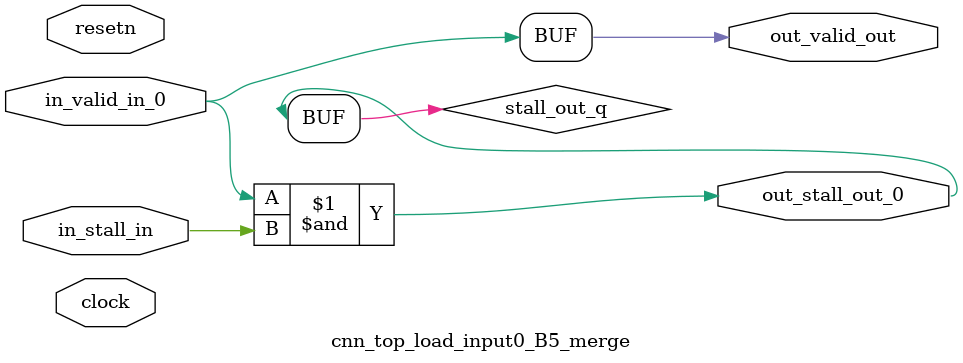
<source format=sv>



(* altera_attribute = "-name AUTO_SHIFT_REGISTER_RECOGNITION OFF; -name MESSAGE_DISABLE 10036; -name MESSAGE_DISABLE 10037; -name MESSAGE_DISABLE 14130; -name MESSAGE_DISABLE 14320; -name MESSAGE_DISABLE 15400; -name MESSAGE_DISABLE 14130; -name MESSAGE_DISABLE 10036; -name MESSAGE_DISABLE 12020; -name MESSAGE_DISABLE 12030; -name MESSAGE_DISABLE 12010; -name MESSAGE_DISABLE 12110; -name MESSAGE_DISABLE 14320; -name MESSAGE_DISABLE 13410; -name MESSAGE_DISABLE 113007; -name MESSAGE_DISABLE 10958" *)
module cnn_top_load_input0_B5_merge (
    input wire [0:0] in_stall_in,
    input wire [0:0] in_valid_in_0,
    output wire [0:0] out_stall_out_0,
    output wire [0:0] out_valid_out,
    input wire clock,
    input wire resetn
    );

    wire [0:0] stall_out_q;


    // stall_out(LOGICAL,6)
    assign stall_out_q = in_valid_in_0 & in_stall_in;

    // out_stall_out_0(GPOUT,4)
    assign out_stall_out_0 = stall_out_q;

    // out_valid_out(GPOUT,5)
    assign out_valid_out = in_valid_in_0;

endmodule

</source>
